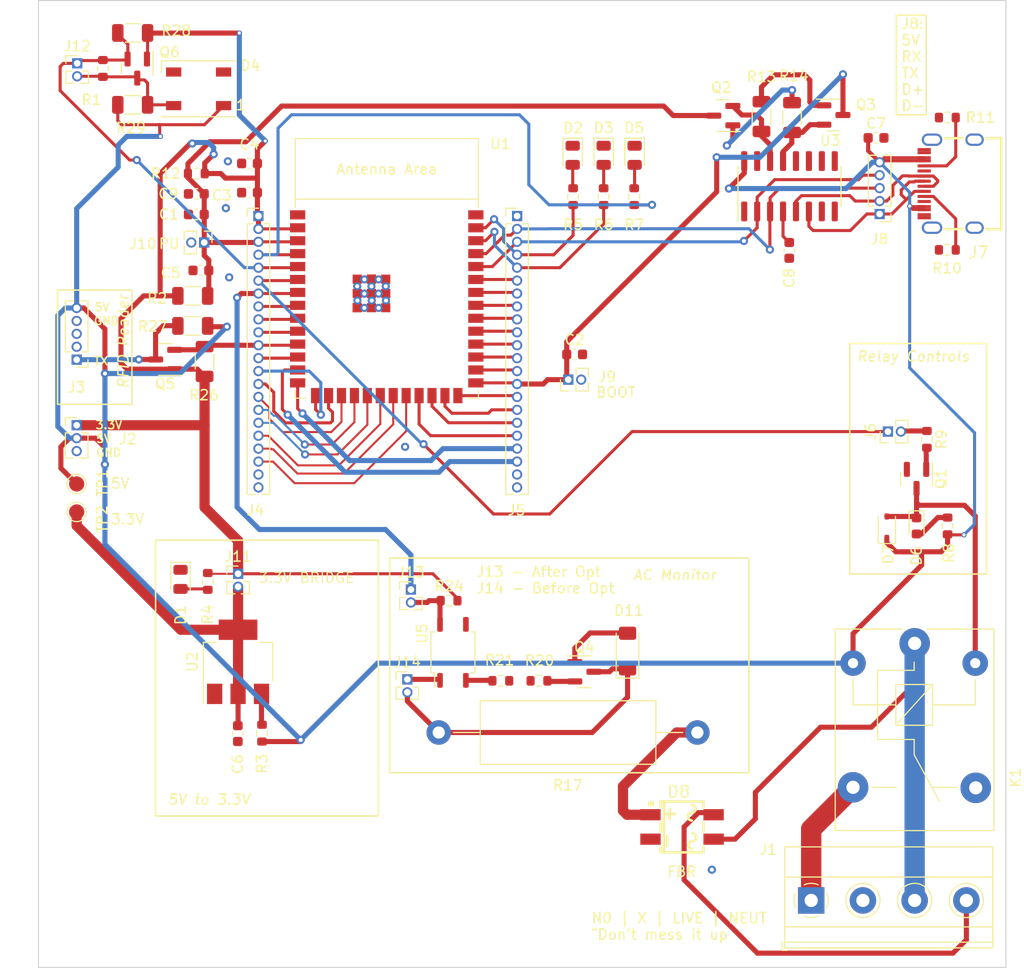
<source format=kicad_pcb>
(kicad_pcb (version 20221018) (generator pcbnew)
  (layers (0 "F.Cu" signal) (31 "B.Cu" signal) (34 "B.Paste" user) (35 "F.Paste" user) (36 "B.SilkS" user "B.Silkscreen") (37 "F.SilkS" user "F.Silkscreen") (38 "B.Mask" user) (39 "F.Mask" user) (44 "Edge.Cuts" user))
  (net 0 "")
  (net 1 "/CHIP_PU")
  (net 2 "GND")
  (net 3 "/BOOT_SEL")
  (net 4 "/+3.3V")
  (net 5 "/VBus")
  (net 6 "Net-(U3-V3)")
  (net 7 "Net-(D1-A)")
  (net 8 "Net-(D2-A)")
  (net 9 "Net-(D3-A)")
  (net 11 "/LEDs/DIN")
  (net 12 "Net-(D5-A)")
  (net 13 "Net-(D6-K)")
  (net 14 "Net-(D6-A)")
  (net 15 "Net-(D8-+)")
  (net 16 "/LIVE")
  (net 17 "/NEUTRAL")
  (net 18 "Net-(D11-K)")
  (net 19 "Net-(D11-A)")
  (net 20 "/N01")
  (net 21 "/NC1")
  (net 22 "/TX_RFID")
  (net 25 "/GPIO4")
  (net 26 "/DIN_3.3")
  (net 27 "/GPIO6")
  (net 28 "/AC_Mon_1")
  (net 29 "/GPIO15")
  (net 30 "/GPIO16")
  (net 31 "/GPIO17")
  (net 32 "/GPIO18")
  (net 33 "/GPIO8")
  (net 34 "/GPIO3")
  (net 35 "/GPIO46")
  (net 36 "/GPIO9")
  (net 37 "/GPIO10")
  (net 38 "/GPIO11")
  (net 39 "/GPIO12")
  (net 40 "/GPIO13")
  (net 41 "/GPIO14")
  (net 44 "/TXD0")
  (net 45 "/RXD0")
  (net 46 "/GPIO1")
  (net 47 "/GPIO2")
  (net 48 "/GPIO42")
  (net 49 "/GPIO41")
  (net 50 "/GPIO40")
  (net 51 "/GPIO39")
  (net 52 "/GPIO38")
  (net 53 "/GPIO37")
  (net 54 "/GPIO36")
  (net 55 "/GPIO35")
  (net 56 "/GPIO45")
  (net 57 "/GPIO48")
  (net 58 "/GPIO47")
  (net 59 "/GPIO21")
  (net 60 "/GPIO20")
  (net 61 "/GPIO19")
  (net 62 "Net-(J6-Pin_2)")
  (net 63 "Net-(J7-CC1)")
  (net 64 "Net-(J8-Pin_2)")
  (net 65 "Net-(J8-Pin_1)")
  (net 67 "Net-(J7-CC2)")
  (net 69 "Net-(Q1-B)")
  (net 70 "Net-(Q2-B)")
  (net 71 "/USB Interface/RTS")
  (net 72 "Net-(Q3-B)")
  (net 73 "/USB Interface/DTR")
  (net 74 "Net-(Q4-E)")
  (net 75 "Net-(U2-VI)")
  (net 76 "Net-(R21-Pad2)")
  (net 85 "Net-(J11-Pin_2)")
  (net 86 "Net-(J13-Pin_2)")
  (net 87 "Net-(J14-Pin_1)")
  (footprint "Custom:USB-C_SMD-TYPE-C-31-M-12" (layer "F.Cu") (at 204.4515 68 90)
    (fp_text reference "J7")
    (fp_text value "USB_C_Receptacle_USB2.0" hide)
  )
  (footprint "Connector_PinHeader_1.27mm:PinHeader_1x02_P1.27mm_Vertical" (layer "F.Cu") (at 167.025 87.25 90)
    (fp_text reference "J9")
    (fp_text value "Conn_01x02_Pin")
  )
  (footprint "TerminalBlock_Phoenix:TerminalBlock_Phoenix_MKDS-1,5-4-5.08_1x04_P5.08mm_Horizontal" (layer "F.Cu") (at 190.881 138.421)
    (fp_text reference "J1")
    (fp_text value "Screw_Terminal_01x04")
  )
  (footprint "LED_SMD:LED_0603_1608Metric" (layer "F.Cu") (at 201.227 101.625 -90)
    (fp_text reference "D6")
    (fp_text value "LED")
  )
  (footprint "Resistor_SMD:R_1206_3216Metric" (layer "F.Cu") (at 131.31 85.47 90)
    (fp_text reference "R26")
    (fp_text value "10k")
  )
  (footprint "Resistor_SMD:R_1206_3216Metric" (layer "F.Cu") (at 130.15 81.97 180)
    (fp_text reference "R27")
    (fp_text value "10k")
  )
  (footprint "Resistor_SMD:R_0603_1608Metric" (layer "F.Cu") (at 130.5 67 180)
    (fp_text reference "R12")
    (fp_text value "10k (1%)")
  )
  (footprint "Resistor_THT:R_Axial_DIN0617_L17.0mm_D6.0mm_P25.40mm_Horizontal" (layer "F.Cu") (at 179.705 121.92 180)
    (fp_text reference "R17")
    (fp_text value "47k 3W")
  )
  (footprint "Connector_PinHeader_1.27mm:PinHeader_1x22_P1.27mm_Vertical" (layer "F.Cu") (at 162 71.17)
    (fp_text reference "J5")
    (fp_text value "Conn_01x22_Socket")
  )
  (footprint "Resistor_SMD:R_0603_1608Metric" (layer "F.Cu") (at 136.95 121.985 -90)
    (fp_text reference "R3")
    (fp_text value "0")
  )
  (footprint "Package_TO_SOT_SMD:SOT-23" (layer "F.Cu") (at 168.6075 115.951)
    (fp_text reference "Q4")
    (fp_text value "MMBT2222A")
  )
  (footprint "Capacitor_SMD:C_0603_1608Metric" (layer "F.Cu") (at 130.5 71.02 180)
    (fp_text reference "C1")
    (fp_text value "1uF")
  )
  (footprint "Resistor_SMD:R_1206_3216Metric" (layer "F.Cu") (at 186 61.4 90)
    (fp_text reference "R13")
    (fp_text value "10k")
  )
  (footprint "Capacitor_SMD:C_0603_1608Metric" (layer "F.Cu") (at 130.95 76.52 180)
    (fp_text reference "C5")
    (fp_text value "0.1uF")
  )
  (footprint "Resistor_SMD:R_1206_3216Metric" (layer "F.Cu") (at 124.25 60.25)
    (fp_text reference "R29")
    (fp_text value "10k")
  )
  (footprint "LED_SMD:LED_0805_2012Metric" (layer "F.Cu") (at 170.5 65.2075 -90)
    (fp_text reference "D3")
    (fp_text value "YELLOW LED")
  )
  (footprint "Connector_PinHeader_1.27mm:PinHeader_1x02_P1.27mm_Vertical" (layer "F.Cu") (at 198.418 92.354 90)
    (fp_text reference "J6")
    (fp_text value "Conn_01x02_Pin")
  )
  (footprint "Connector_PinHeader_1.27mm:PinHeader_1x02_P1.27mm_Vertical" (layer "F.Cu") (at 151.575 107.875)
    (fp_text reference "J13")
    (fp_text value "Conn_01x02_Pin")
  )
  (footprint "Connector_PinHeader_1.27mm:PinHeader_1x02_P1.27mm_Vertical" (layer "F.Cu") (at 134.6 106.325)
    (fp_text reference "J11")
    (fp_text value "Conn_01x02_Pin")
  )
  (footprint "LED_SMD:LED_0805_2012Metric" (layer "F.Cu") (at 173.54 65.2075 -90)
    (fp_text reference "D5")
    (fp_text value "GREEN LED")
  )
  (footprint "Resistor_SMD:R_0603_1608Metric" (layer "F.Cu") (at 155.321 108.966)
    (fp_text reference "R24")
    (fp_text value "2.2k")
  )
  (footprint "Connector_PinHeader_1.27mm:PinHeader_1x03_P1.27mm_Vertical" (layer "F.Cu") (at 118.75 91.73)
    (fp_text reference "J2")
    (fp_text value "Conn_01x03_Pin")
  )
  (footprint "Connector_PinHeader_1.27mm:PinHeader_1x05_P1.27mm_Vertical" (layer "F.Cu") (at 197.6 70.975 180)
    (fp_text reference "J8")
    (fp_text value "Conn_01x05")
  )
  (footprint "Resistor_SMD:R_0603_1608Metric" (layer "F.Cu") (at 167.5 69.27 90)
    (fp_text reference "R5")
    (fp_text value "1k")
  )
  (footprint "Resistor_SMD:R_0603_1608Metric" (layer "F.Cu") (at 204.25 74.5 180)
    (fp_text reference "R10")
    (fp_text value "5.1k")
  )
  (footprint "Package_TO_SOT_SMD:SOT-23" (layer "F.Cu") (at 201.227 97.0045 -90)
    (fp_text reference "Q1")
    (fp_text value "MMBT2222A")
  )
  (footprint "Package_TO_SOT_SMD:SOT-23" (layer "F.Cu") (at 182.25 61.3125 180)
    (fp_text reference "Q2")
    (fp_text value "MMBT2222A")
  )
  (footprint "Capacitor_SMD:C_0603_1608Metric" (layer "F.Cu") (at 130.5 69 180)
    (fp_text reference "C9")
    (fp_text value "1uF/16V (10%)")
  )
  (footprint "Capacitor_SMD:C_0603_1608Metric" (layer "F.Cu") (at 188.725 74.55 90)
    (fp_text reference "C8")
    (fp_text value "1uF")
  )
  (footprint "TestPoint:TestPoint_Pad_D1.5mm" (layer "F.Cu") (at 118.75 97.5 -90)
    (fp_text reference "TP1")
    (fp_text value "TestPoint")
  )
  (footprint "LED_SMD:LED_0805_2012Metric" (layer "F.Cu") (at 128.948332 106.875 -90)
    (fp_text reference "D1")
    (fp_text value "RED LED")
  )
  (footprint "Connector_PinHeader_1.27mm:PinHeader_1x05_P1.27mm_Vertical" (layer "F.Cu") (at 118.75 85.29 180)
    (fp_text reference "J3")
    (fp_text value "Conn_01x05_Socket")
  )
  (footprint "Resistor_SMD:R_0603_1608Metric" (layer "F.Cu") (at 160.401 116.84 180)
    (fp_text reference "R21")
    (fp_text value "1k")
  )
  (footprint "Capacitor_SMD:C_0603_1608Metric" (layer "F.Cu") (at 167.65 84.77)
    (fp_text reference "C2")
    (fp_text value "0.1uF")
  )
  (footprint "Resistor_SMD:R_0603_1608Metric" (layer "F.Cu") (at 204.275 101.625 90)
    (fp_text reference "R8")
    (fp_text value "1k")
  )
  (footprint "LED_SMD:LED_WS2812B_PLCC4_5.0x5.0mm_P3.2mm" (layer "F.Cu") (at 130.725 58.675 180)
    (fp_text reference "D4")
    (fp_text value "WS2812B")
  )
  (footprint "Resistor_SMD:R_0603_1608Metric" (layer "F.Cu") (at 204.25 61.5 180)
    (fp_text reference "R11")
    (fp_text value "5.1k")
  )
  (footprint "Resistor_SMD:R_0603_1608Metric" (layer "F.Cu") (at 202.243 93.116 -90)
    (fp_text reference "R9")
    (fp_text value "150")
  )
  (footprint "Custom:MBS_L4.7-W3.8-P2.40-LS7.0-TL" (layer "F.Cu") (at 178.2 131.2)
    (fp_text reference "D8")
    (fp_text value "MB10S" hide)
  )
  (footprint "Package_SO:SOP-4_3.8x4.1mm_P2.54mm" (layer "F.Cu") (at 155.702 114.046 90)
    (fp_text reference "U5")
    (fp_text value "EL357N")
  )
  (footprint "Relay_THT:Relay_SPDT_SANYOU_SRD_Series_Form_C" (layer "F.Cu") (at 201.041 113.157 -90)
    (fp_text reference "K1")
    (fp_text value "SRD-05VDC-SL-C")
  )
  (footprint "Resistor_SMD:R_1206_3216Metric" (layer "F.Cu") (at 124.25 53.1875 180)
    (fp_text reference "R28")
    (fp_text value "10k")
  )
  (footprint "Resistor_SMD:R_1206_3216Metric" (layer "F.Cu") (at 130.15 79.02)
    (fp_text reference "R2")
    (fp_text value "10k")
  )
  (footprint "Connector_PinHeader_1.27mm:PinHeader_1x22_P1.27mm_Vertical" (layer "F.Cu") (at 136.6 71.17)
    (fp_text reference "J4")
    (fp_text value "Conn_01x22_Socket")
  )
  (footprint "Resistor_SMD:R_0603_1608Metric" (layer "F.Cu") (at 131.625 107.075 -90)
    (fp_text reference "R4")
    (fp_text value "1k")
  )
  (footprint "Resistor_SMD:R_0603_1608Metric" (layer "F.Cu") (at 121.325 56.675 90)
    (fp_text reference "R1")
    (fp_text value "0")
  )
  (footprint "Diode_SMD:D_SOD-323" (layer "F.Cu") (at 198.306 101.745 90)
    (fp_text reference "D7")
    (fp_text value "1N5819WS")
  )
  (footprint "Package_TO_SOT_SMD:SOT-23" (layer "F.Cu") (at 193.0625 61.25)
    (fp_text reference "Q3")
    (fp_text value "MMBT2222A")
  )
  (footprint "Package_TO_SOT_SMD:SOT-23" (layer "F.Cu") (at 124.7 56.6875 -90)
    (fp_text reference "Q6")
    (fp_text value "AO3400A")
  )
  (footprint "Resistor_SMD:R_0603_1608Metric" (layer "F.Cu") (at 164.147 116.84)
    (fp_text reference "R20")
    (fp_text value "2.2k")
  )
  (footprint "Capacitor_SMD:C_0603_1608Metric" (layer "F.Cu") (at 135.725 66.01 180)
    (fp_text reference "C4")
    (fp_text value "0.1uF")
  )
  (footprint "Connector_PinHeader_1.27mm:PinHeader_1x02_P1.27mm_Vertical" (layer "F.Cu") (at 151.225 116.7)
    (fp_text reference "J14")
    (fp_text value "Conn_01x02_Pin")
  )
  (footprint "Diode_SMD:D_MiniMELF" (layer "F.Cu") (at 172.847 113.919 90)
    (fp_text reference "D11")
    (fp_text value "ZMMxx")
  )
  (footprint "Capacitor_SMD:C_0603_1608Metric" (layer "F.Cu") (at 135.725 68.875 180)
    (fp_text reference "C3")
    (fp_text value "10uF")
  )
  (footprint "TestPoint:TestPoint_Pad_D1.5mm" (layer "F.Cu") (at 118.75 100.25 -90)
    (fp_text reference "TP2")
    (fp_text value "TestPoint")
  )
  (footprint "Package_TO_SOT_SMD:SOT-223-3_TabPin2" (layer "F.Cu") (at 134.6 114.975 90)
    (fp_text reference "U2")
    (fp_text value "AMS1117-3.3")
  )
  (footprint "Resistor_SMD:R_1206_3216Metric" (layer "F.Cu") (at 189 61.5 90)
    (fp_text reference "R14")
    (fp_text value "10k")
  )
  (footprint "LED_SMD:LED_0805_2012Metric" (layer "F.Cu") (at 167.46 65.2075 -90)
    (fp_text reference "D2")
    (fp_text value "RED LED")
  )
  (footprint "Package_SO:SOIC-16_3.9x9.9mm_P1.27mm" (layer "F.Cu") (at 188.75 68.25 90)
    (fp_text reference "U3")
    (fp_text value "CH340C")
  )
  (footprint "Capacitor_SMD:C_0603_1608Metric" (layer "F.Cu") (at 197.25 63.5)
    (fp_text reference "C7")
    (fp_text value "1uF/16V (10%)")
  )
  (footprint "Connector_PinHeader_1.27mm:PinHeader_1x02_P1.27mm_Vertical" (layer "F.Cu") (at 131.275 73.775 -90)
    (fp_text reference "J10")
    (fp_text value "Conn_01x02_Pin")
  )
  (footprint "Espressif:ESP32-S3-WROOM-1" (layer "F.Cu") (at 149.2 79.32)
    (fp_text reference "U1")
    (fp_text value "ESP32-S3-WROOM-1")
  )
  (footprint "Connector_PinHeader_1.27mm:PinHeader_1x02_P1.27mm_Vertical" (layer "F.Cu") (at 118.8 56.175)
    (fp_text reference "J12")
    (fp_text value "Conn_01x02_Pin")
  )
  (footprint "Package_TO_SOT_SMD:SOT-23" (layer "F.Cu") (at 127.4375 85.27 180)
    (fp_text reference "Q5")
    (fp_text value "AO3400A")
  )
  (footprint "Capacitor_SMD:C_0603_1608Metric" (layer "F.Cu") (at 134.575 122.025 -90)
    (fp_text reference "C6")
    (fp_text value "10uF")
  )
  (footprint "Resistor_SMD:R_0603_1608Metric" (layer "F.Cu") (at 170.5 69.27 90)
    (fp_text reference "R6")
    (fp_text value "1k")
  )
  (footprint "Resistor_SMD:R_0603_1608Metric" (layer "F.Cu") (at 173.5 69.27 90)
    (fp_text reference "R7")
    (fp_text value "1k")
  )
  (gr_rect (start 194.675 83.7) (end 208.1 106.35) (stroke (width 0.15)) (fill none) (layer "F.SilkS"))
  (gr_rect (start 149.4875 104.775) (end 184.7625 125.875) (stroke (width 0.15)) (fill none) (layer "F.SilkS"))
  (gr_rect (start 199.25 51.45) (end 202.175 61.225) (stroke (width 0.15)) (fill none) (layer "F.SilkS"))
  (gr_rect (start 126.5 103.025) (end 148.375 130.125) (stroke (width 0.15)) (fill none) (layer "F.SilkS"))
  (gr_rect (start 116.875 78.45) (end 124.175 89.675) (stroke (width 0.15)) (fill none) (layer "F.SilkS"))
  (gr_rect locked (start 115 50) (end 210 145) (stroke (width 0.1)) (fill none) (layer "Edge.Cuts"))
  (gr_text "J8:\n5V\nRX\nTX\nD+\nD-" (at 199.65 60.925) (layer "F.SilkS") (effects (font (size 1 1)) (justify left bottom)))
  (gr_text "GND" (at 120.35 81.95) (layer "F.SilkS") (effects (font (size 0.8 0.8)) (justify left bottom)))
  (gr_text "RFID Reader" (at 123.925 88.2 90) (layer "F.SilkS") (effects (font (size 1 1) (thickness 0.15) italic) (justify left bottom)))
  (gr_text "TX" (at 120.35 85.9) (layer "F.SilkS") (effects (font (size 0.8 0.8)) (justify left bottom)))
  (gr_text "GND" (at 120.575 94.9) (layer "F.SilkS") (effects (font (size 0.8 0.8)) (justify left bottom)))
  (gr_text "3.3V BRIDGE" (at 136.55 107.3) (layer "F.SilkS") (effects (font (size 1 1) (thickness 0.125)) (justify left bottom)))
  (gr_text "5V" (at 120.575 93.525) (layer "F.SilkS") (effects (font (size 0.8 0.8)) (justify left bottom)))
  (gr_text "AC Monitor" (at 173.325 107.025) (layer "F.SilkS") (effects (font (size 1 1) (thickness 0.15) italic) (justify left bottom)))
  (gr_text "J13 - After Opt\nJ14 - Before Opt" (at 157.925 108.325) (layer "F.SilkS") (effects (font (size 1 1)) (justify left bottom)))
  (gr_text "FBR" (at 176.65 136.175) (layer "F.SilkS") (effects (font (size 1 1)) (justify left bottom)))
  (gr_text "PU" (at 126.725 74.475) (layer "F.SilkS") (effects (font (size 1 1)) (justify left bottom)))
  (gr_text "Relay Controls" (at 195.3 85.55) (layer "F.SilkS") (effects (font (size 1 1) (thickness 0.15) italic) (justify left bottom)))
  (gr_text "3.3V\n" (at 120.525 92.175) (layer "F.SilkS") (effects (font (size 0.8 0.8)) (justify left bottom)))
  (gr_text "N0 | X | LIVE | NEUT\n^Don't mess it up" (at 169.225 142.35) (layer "F.SilkS") (effects (font (size 1 1)) (justify left bottom)))
  (gr_text "5V to 3.3V" (at 127.625 129.1) (layer "F.SilkS") (effects (font (size 1 1) (thickness 0.15) italic) (justify left bottom)))
  (gr_text "5V" (at 120.425 80.6) (layer "F.SilkS") (effects (font (size 0.8 0.8)) (justify left bottom)))
  (segment (start 131.725 75.5) (end 131.275 75.05) (width 0.5) (layer "F.Cu") (net 1))
  (segment (start 129.675 66.025) (end 129.675 67) (width 0.5) (layer "F.Cu") (net 1))
  (segment (start 129.675 67) (end 129.675 67.4) (width 0.5) (layer "F.Cu") (net 1))
  (segment (start 131.275 73.775) (end 136.535 73.775) (width 0.5) (layer "F.Cu") (net 1))
  (segment (start 135.375 63.875) (end 131.825 63.875) (width 0.5) (layer "F.Cu") (net 1))
  (segment (start 181.3125 61.3125) (end 181.3 61.3) (width 0.5) (layer "F.Cu") (net 1))
  (segment (start 140.34 73.71) (end 140.45 73.6) (width 0.3) (layer "F.Cu") (net 1))
  (segment (start 131.725 76.52) (end 131.725 75.5) (width 0.5) (layer "F.Cu") (net 1))
  (segment (start 131.275 71.02) (end 131.275 73.775) (width 0.5) (layer "F.Cu") (net 1))
  (segment (start 129.675 67.4) (end 131.275 69) (width 0.5) (layer "F.Cu") (net 1))
  (segment (start 181.3 61.3) (end 177.325 61.3) (width 0.5) (layer "F.Cu") (net 1))
  (segment (start 131.825 63.875) (end 129.675 66.025) (width 0.5) (layer "F.Cu") (net 1))
  (segment (start 131.725 76.52) (end 131.725 78.9075) (width 0.5) (layer "F.Cu") (net 1))
  (segment (start 177.325 61.3) (end 176.4 60.375) (width 0.5) (layer "F.Cu") (net 1))
  (segment (start 138.875 60.375) (end 135.375 63.875) (width 0.5) (layer "F.Cu") (net 1))
  (segment (start 136.6 73.71) (end 140.34 73.71) (width 0.3) (layer "F.Cu") (net 1))
  (segment (start 131.275 75.05) (end 131.275 73.775) (width 0.5) (layer "F.Cu") (net 1))
  (segment (start 131.725 78.9075) (end 131.6125 79.02) (width 0.5) (layer "F.Cu") (net 1))
  (segment (start 176.4 60.375) (end 138.875 60.375) (width 0.5) (layer "F.Cu") (net 1))
  (segment (start 136.535 73.775) (end 136.6 73.71) (width 0.5) (layer "F.Cu") (net 1))
  (segment (start 131.275 69) (end 131.275 71.02) (width 0.5) (layer "F.Cu") (net 1))
  (via (at 146.3 78.075) (size 0.8) (drill 0.4) (layers "F.Cu" "B.Cu") (net 2))
  (via (at 146.325 79.475) (size 0.8) (drill 0.4) (layers "F.Cu" "B.Cu") (net 2))
  (via (at 181.125 135.4) (size 0.8) (drill 0.4) (layers "F.Cu" "B.Cu") (net 2))
  (via (at 148.4 80.2) (size 0.8) (drill 0.4) (layers "F.Cu" "B.Cu") (net 2))
  (via (at 147 80.2) (size 0.8) (drill 0.4) (layers "F.Cu" "B.Cu") (net 2))
  (via (at 148.4 78.8) (size 0.8) (drill 0.4) (layers "F.Cu" "B.Cu") (net 2))
  (via (at 147.725 79.475) (size 0.8) (drill 0.4) (layers "F.Cu" "B.Cu") (net 2))
  (via (at 151 93.85) (size 0.8) (drill 0.4) (layers "F.Cu" "B.Cu") (net 2))
  (via (at 147.7 78.075) (size 0.8) (drill 0.4) (layers "F.Cu" "B.Cu") (net 2))
  (via (at 133.725 77.2) (size 0.8) (drill 0.4) (layers "F.Cu" "B.Cu") (net 2))
  (via (at 149.1 78.075) (size 0.8) (drill 0.4) (layers "F.Cu" "B.Cu") (net 2))
  (via (at 147 78.8) (size 0.8) (drill 0.4) (layers "F.Cu" "B.Cu") (net 2))
  (via (at 133.6 65.8) (size 0.8) (drill 0.4) (layers "F.Cu" "B.Cu") (net 2))
  (via (at 133.4 70.4) (size 0.8) (drill 0.4) (layers "F.Cu" "B.Cu") (net 2))
  (via (at 147 77.4) (size 0.8) (drill 0.4) (layers "F.Cu" "B.Cu") (net 2))
  (via (at 149.125 79.475) (size 0.8) (drill 0.4) (layers "F.Cu" "B.Cu") (net 2))
  (via (at 148.4 77.4) (size 0.8) (drill 0.4) (layers "F.Cu" "B.Cu") (net 2))
  (segment (start 166.875 87.1) (end 167.025 87.25) (width 0.5) (layer "F.Cu") (net 3))
  (segment (start 194 61.25) (end 194 57.25) (width 0.5) (layer "F.Cu") (net 3))
  (segment (start 165 87.25) (end 164.57 87.68) (width 0.5) (layer "F.Cu") (net 3))
  (segment (start 157.95 87.57) (end 161.89 87.57) (width 0.3) (layer "F.Cu") (net 3))
  (segment (start 161.89 87.57) (end 162 87.68) (width 0.3) (layer "F.Cu") (net 3))
  (segment (start 166.875 84.77) (end 166.875 87.1) (width 0.5) (layer "F.Cu") (net 3))
  (segment (start 181.6 65.4) (end 181.6 68.8) (width 0.5) (layer "F.Cu") (net 3))
  (segment (start 167.025 87.25) (end 165 87.25) (width 0.5) (layer "F.Cu") (net 3))
  (segment (start 181.6 68.8) (end 166.875 83.525) (width 0.5) (layer "F.Cu") (net 3))
  (segment (start 166.875 83.525) (end 166.875 84.77) (width 0.5) (layer "F.Cu") (net 3))
  (segment (start 164.57 87.68) (end 162 87.68) (width 0.5) (layer "F.Cu") (net 3))
  (via (at 181.6 65.4) (size 0.8) (drill 0.4) (layers "F.Cu" "B.Cu") (net 3))
  (via (at 194 57.25) (size 0.8) (drill 0.4) (layers "F.Cu" "B.Cu") (net 3))
  (segment (start 181.6 65.4) (end 185.85 65.4) (width 0.5) (layer "B.Cu") (net 3))
  (segment (start 185.85 65.4) (end 194 57.25) (width 0.5) (layer "B.Cu") (net 3))
  (segment (start 156.146 108.746) (end 153.725 106.325) (width 0.3) (layer "F.Cu") (net 4))
  (segment (start 136.5 66.01) (end 136.5 67.375) (width 0.5) (layer "F.Cu") (net 4))
  (segment (start 126.95 67) (end 126.95 79.02) (width 0.5) (layer "F.Cu") (net 4))
  (segment (start 125.7125 53.1875) (end 125.7125 55.6875) (width 0.3) (layer "F.Cu") (net 4))
  (segment (start 125.33 79.02) (end 126.95 79.02) (width 0.5) (layer "F.Cu") (net 4))
  (segment (start 136.6 71.17) (end 136.6 72.44) (width 0.5) (layer "F.Cu") (net 4))
  (segment (start 130.1 64.05) (end 129.9 64.05) (width 0.5) (layer "F.Cu") (net 4))
  (segment (start 136.6 72.44) (end 140.34 72.44) (width 0.3) (layer "F.Cu") (net 4))
  (segment (start 136.5 71.07) (end 136.6 71.17) (width 0.5) (layer "F.Cu") (net 4))
  (segment (start 123.1 85.625) (end 123.1 81.25) (width 0.5) (layer "F.Cu") (net 4))
  (segment (start 123.695 86.22) (end 123.1 85.625) (width 0.5) (layer "F.Cu") (net 4))
  (segment (start 125.725 53.2) (end 125.7125 53.1875) (width 0.5) (layer "F.Cu") (net 4))
  (segment (start 131.325 67) (end 132.9 67) (width 0.5) (layer "F.Cu") (net 4))
  (segment (start 136.425 67.45) (end 136.5 67.375) (width 0.5) (layer "F.Cu") (net 4))
  (segment (start 123.1 81.25) (end 125.33 79.02) (width 0.5) (layer "F.Cu") (net 4))
  (segment (start 136.5 68.875) (end 136.5 71.07) (width 0.5) (layer "F.Cu") (net 4))
  (segment (start 131.325 65.975) (end 132.2 65.1) (width 0.5) (layer "F.Cu") (net 4))
  (segment (start 124.088629 86.22) (end 124.068629 86.2) (width 0.5) (layer "F.Cu") (net 4))
  (segment (start 134.6 103.075) (end 134.6 106.325) (width 1) (layer "F.Cu") (net 4))
  (segment (start 134.6 106.325) (end 131.7 106.325) (width 0.2) (layer "F.Cu") (net 4))
  (segment (start 131.31 91.75) (end 131.29 91.73) (width 1) (layer "F.Cu") (net 4))
  (segment (start 131.31 91.75) (end 131.31 86.9325) (width 1) (layer "F.Cu") (net 4))
  (segment (start 125.7125 55.6875) (end 125.65 55.75) (width 0.3) (layer "F.Cu") (net 4))
  (segment (start 131.7 106.325) (end 131.625 106.25) (width 0.2) (layer "F.Cu") (net 4))
  (segment (start 128.375 86.22) (end 124.088629 86.22) (width 0.5) (layer "F.Cu") (net 4))
  (segment (start 133.35 67.45) (end 136.425 67.45) (width 0.5) (layer "F.Cu") (net 4))
  (segment (start 126.95 79.02) (end 128.6875 79.02) (width 0.5) (layer "F.Cu") (net 4))
  (segment (start 130.5975 86.22) (end 131.31 86.9325) (width 0.5) (layer "F.Cu") (net 4))
  (segment (start 129.9 64.05) (end 126.95 67) (width 0.5) (layer "F.Cu") (net 4))
  (segment (start 131.325 67) (end 131.325 65.975) (width 0.5) (layer "F.Cu") (net 4))
  (segment (start 132.9 67) (end 133.35 67.45) (width 0.5) (layer "F.Cu") (net 4))
  (segment (start 131.31 91.75) (end 131.31 99.785) (width 1) (layer "F.Cu") (net 4))
  (segment (start 153.725 106.325) (end 134.6 106.325) (width 0.3) (layer "F.Cu") (net 4))
  (segment (start 136.5 66.01) (end 136.5 64.575) (width 0.5) (layer "F.Cu") (net 4))
  (segment (start 131.29 91.73) (end 118.75 91.73) (width 1) (layer "F.Cu") (net 4))
  (segment (start 124.088629 86.22) (end 123.695 86.22) (width 0.5) (layer "F.Cu") (net 4))
  (segment (start 131.31 99.785) (end 134.6 103.075) (width 1) (layer "F.Cu") (net 4))
  (segment (start 134.725 53.2) (end 125.725 53.2) (width 0.5) (layer "F.Cu") (net 4))
  (segment (start 128.375 86.22) (end 130.5975 86.22) (width 0.5) (layer "F.Cu") (net 4))
  (segment (start 156.146 108.966) (end 156.146 108.746) (width 0.3) (layer "F.Cu") (net 4))
  (segment (start 136.5 64.575) (end 137.275 63.8) (width 0.5) (layer "F.Cu") (net 4))
  (segment (start 140.34 72.44) (end 140.45 72.33) (width 0.3) (layer "F.Cu") (net 4))
  (segment (start 136.5 67.375) (end 136.5 68.875) (width 0.5) (layer "F.Cu") (net 4))
  (via (at 137.275 63.8) (size 0.5) (drill 0.3) (layers "F.Cu" "B.Cu") (net 4))
  (via (at 134.725 53.2) (size 0.5) (drill 0.3) (layers "F.Cu" "B.Cu") (net 4))
  (via (at 132.2 65.1) (size 0.8) (drill 0.4) (layers "F.Cu" "B.Cu") (net 4))
  (via (at 130.1 64.05) (size 0.8) (drill 0.4) (layers "F.Cu" "B.Cu") (net 4))
  (segment (start 132.2 64.45) (end 131.7 63.95) (width 0.5) (layer "B.Cu") (net 4))
  (segment (start 137.275 63.8) (end 134.725 61.25) (width 0.5) (layer "B.Cu") (net 4))
  (segment (start 132.2 65.1) (end 132.2 64.45) (width 0.5) (layer "B.Cu") (net 4))
  (segment (start 131.7 63.95) (end 130.2 63.95) (width 0.5) (layer "B.Cu") (net 4))
  (segment (start 130.2 63.95) (end 130.1 64.05) (width 0.5) (layer "B.Cu") (net 4))
  (segment (start 134.725 61.25) (end 134.725 53.2) (width 0.5) (layer "B.Cu") (net 4))
  (segment (start 205.875 102.5) (end 204.325 102.5) (width 0.3) (layer "F.Cu") (net 5))
  (segment (start 200.6 70.25) (end 200.55 70.2) (width 0.3) (layer "F.Cu") (net 5))
  (segment (start 194.991 112.209) (end 201.725 105.475) (width 0.5) (layer "F.Cu") (net 5))
  (segment (start 199.195 104.165) (end 199.83 104.165) (width 0.5) (layer "F.Cu") (net 5))
  (segment (start 133.175 60.325) (end 131.3 62.2) (width 0.3) (layer "F.Cu") (net 5))
  (segment (start 140.59 122.81) (end 140.75 122.65) (width 0.5) (layer "F.Cu") (net 5))
  (segment (start 117.2 95.95) (end 117.2 93.842894) (width 0.5) (layer "F.Cu") (net 5))
  (segment (start 198.306 103.276) (end 199.195 104.165) (width 0.5) (layer "F.Cu") (net 5))
  (segment (start 203.64 104.165) (end 204.275 103.53) (width 0.5) (layer "F.Cu") (net 5))
  (segment (start 131.6925 82.05) (end 131.6125 81.97) (width 0.5) (layer "F.Cu") (net 5))
  (segment (start 121.525 86.65) (end 121.525 82.277894) (width 0.5) (layer "F.Cu") (net 5))
  (segment (start 184.305 66.97) (end 182.8 68.475) (width 0.5) (layer "F.Cu") (net 5))
  (segment (start 200.875 70.525) (end 200.55 70.2) (width 0.3) (layer "F.Cu") (net 5))
  (segment (start 184.305 65.775) (end 184.305 66.97) (width 0.5) (layer "F.Cu") (net 5))
  (segment (start 201.665 104.165) (end 199.83 104.165) (width 0.5) (layer "F.Cu") (net 5))
  (segment (start 197.745 65.75) (end 197.6 65.895) (width 0.3) (layer "F.Cu") (net 5))
  (segment (start 118.75 97.5) (end 117.2 95.95) (width 0.5) (layer "F.Cu") (net 5))
  (segment (start 201.9775 70.25) (end 200.6 70.25) (width 0.3) (layer "F.Cu") (net 5))
  (segment (start 133.5 82.05) (end 131.6925 82.05) (width 0.5) (layer "F.Cu") (net 5))
  (segment (start 136.95 122.81) (end 140.59 122.81) (width 0.5) (layer "F.Cu") (net 5))
  (segment (start 131.3 62.2) (end 126.9 62.2) (width 0.3) (layer "F.Cu") (net 5))
  (segment (start 123.175 62.2) (end 122.7875 61.8125) (width 0.3) (layer "F.Cu") (net 5))
  (segment (start 196.475 64.77) (end 197.6 65.895) (width 0.4) (layer "F.Cu") (net 5))
  (segment (start 120.6 93) (end 118.75 93) (width 0.5) (layer "F.Cu") (net 5))
  (segment (start 126.9 62.2) (end 123.175 62.2) (width 0.3) (layer "F.Cu") (net 5))
  (segment (start 121.525 93.925) (end 120.6 93) (width 0.5) (layer "F.Cu") (net 5))
  (segment (start 196.475 63.5) (end 196.475 64.77) (width 0.4) (layer "F.Cu") (net 5))
  (segment (start 204.325 102.5) (end 204.275 102.45) (width 0.3) (layer "F.Cu") (net 5))
  (segment (start 204.275 103.53) (end 204.275 102.45) (width 0.5) (layer "F.Cu") (net 5))
  (segment (start 121.525 82.277894) (end 119.457106 80.21) (width 0.5) (layer "F.Cu") (net 5))
  (segment (start 201.9775 70.55) (end 201.9525 70.525) (width 0.3) (layer "F.Cu") (net 5))
  (segment (start 198.045 65.45) (end 201.9775 65.45) (width 0.3) (layer "F.Cu") (net 5))
  (segment (start 201.9525 70.525) (end 200.875 70.525) (width 0.3) (layer "F.Cu") (net 5))
  (segment (start 118.042894 93) (end 118.75 93) (width 0.5) (layer "F.Cu") (net 5))
  (segment (start 119.457106 80.21) (end 118.75 80.21) (width 0.5) (layer "F.Cu") (net 5))
  (segment (start 121.525 95.575) (end 121.525 93.925) (width 0.5) (layer "F.Cu") (net 5))
  (segment (start 117.2 93.842894) (end 118.042894 93) (width 0.5) (layer "F.Cu") (net 5))
  (segment (start 201.9775 65.75) (end 197.745 65.75) (width 0.3) (layer "F.Cu") (net 5))
  (segment (start 201.725 105.475) (end 201.725 104.225) (width 0.5) (layer "F.Cu") (net 5))
  (segment (start 197.6 65.895) (end 198.045 65.45) (width 0.3) (layer "F.Cu") (net 5))
  (segment (start 194.991 115.107) (end 194.991 112.209) (width 0.5) (layer "F.Cu") (net 5))
  (segment (start 201.725 104.225) (end 201.665 104.165) (width 0.5) (layer "F.Cu") (net 5))
  (segment (start 126.9 63.275) (end 126.975 63.35) (width 0.3) (layer "F.Cu") (net 5))
  (segment (start 198.306 102.795) (end 198.306 103.276) (width 0.5) (layer "F.Cu") (net 5))
  (segment (start 122.7875 61.8125) (end 122.7875 60.25) (width 0.3) (layer "F.Cu") (net 5))
  (segment (start 199.83 104.165) (end 203.64 104.165) (width 0.5) (layer "F.Cu") (net 5))
  (segment (start 126.9 62.2) (end 126.9 63.275) (width 0.3) (layer "F.Cu") (net 5))
  (via (at 205.875 102.5) (size 0.5) (drill 0.3) (layers "F.Cu" "B.Cu") (net 5))
  (via (at 133.5 82.05) (size 0.8) (drill 0.4) (layers "F.Cu" "B.Cu") (net 5))
  (via (at 126.975 63.35) (size 0.5) (drill 0.3) (layers "F.Cu" "B.Cu") (net 5))
  (via (at 140.75 122.65) (size 0.8) (drill 0.4) (layers "F.Cu" "B.Cu") (net 5))
  (via (at 182.8 68.475) (size 0.8) (drill 0.4) (layers "F.Cu" "B.Cu") (net 5))
  (via (at 121.525 86.65) (size 0.8) (drill 0.4) (layers "F.Cu" "B.Cu") (net 5))
  (via (at 121.525 95.575) (size 0.8) (drill 0.4) (layers "F.Cu" "B.Cu") (net 5))
  (via (at 200.55 70.2) (size 0.5) (drill 0.3) (layers "F.Cu" "B.Cu") (net 5))
  (segment (start 182.8 68.475) (end 194.312894 68.475) (width 0.5) (layer "B.Cu") (net 5))
  (segment (start 121.525 95.575) (end 121.525 86.65) (width 0.5) (layer "B.Cu") (net 5))
  (segment (start 116.9 80.95) (end 116.9 91.857106) (width 0.5) (layer "B.Cu") (net 5))
  (segment (start 118.75 70.443629) (end 122.825 66.368629) (width 0.5) (layer "B.Cu") (net 5))
  (segment (start 140.75 122.65) (end 148.293 115.107) (width 0.5) (layer "B.Cu") (net 5))
  (segment (start 122.825 64.2) (end 123.675 63.35) (width 0.5) (layer "B.Cu") (net 5))
  (segment (start 196.892894 65.895) (end 197.6 65.895) (width 0.5) (layer "B.Cu") (net 5))
  (segment (start 116.9 91.857106) (end 118.042894 93) (width 0.5) (layer "B.Cu") (net 5))
  (segment (start 200.55 68.845) (end 197.6 65.895) (width 0.3) (layer "B.Cu") (net 5))
  (segment (start 121.525 86.65) (end 128.9 86.65) (width 0.5) (layer "B.Cu") (net 5))
  (segment (start 200.55 86.1) (end 206.925 92.475) (width 0.3) (layer "B.Cu") (net 5))
  (segment (start 118.042894 93) (end 118.75 93) (width 0.5) (layer "B.Cu") (net 5))
  (segment (start 117.64 80.21) (end 116.9 80.95) (width 0.5) (layer "B.Cu") (net 5))
  (segment (start 194.312894 68.475) (end 196.892894 65.895) (width 0.5) (layer "B.Cu") (net 5))
  (segment (start 206.925 92.475) (end 206.925 101.45) (width 0.3) (layer "B.Cu") (net 5))
  (segment (start 148.293 115.107) (end 194.991 115.107) (width 0.5) (layer "B.Cu") (net 5))
  (segment (start 200.55 70.2) (end 200.55 86.1) (width 0.3) (layer "B.Cu") (net 5))
  (segment (start 121.525 103.425) (end 140.75 122.65) (width 0.5) (layer "B.Cu") (net 5))
  (segment (start 118.75 80.21) (end 118.75 70.443629) (width 0.5) (layer "B.Cu") (net 5))
  (segment (start 121.525 95.575) (end 121.525 103.425) (width 0.5) (layer "B.Cu") (net 5))
  (segment (start 118.75 80.21) (end 117.64 80.21) (width 0.5) (layer "B.Cu") (net 5))
  (segment (start 122.825 66.368629) (end 122.825 64.2) (width 0.5) (layer "B.Cu") (net 5))
  (segment (start 123.675 63.35) (end 126.975 63.35) (width 0.5) (layer "B.Cu") (net 5))
  (segment (start 200.55 70.2) (end 200.55 68.845) (width 0.3) (layer "B.Cu") (net 5))
  (segment (start 128.9 86.65) (end 133.5 82.05) (width 0.5) (layer "B.Cu") (net 5))
  (segment (start 206.925 101.45) (end 205.875 102.5) (width 0.3) (layer "B.Cu") (net 5))
  (segment (start 188.115 73.165) (end 188.725 73.775) (width 0.3) (layer "F.Cu") (net 6))
  (segment (start 188.115 70.725) (end 188.115 73.165) (width 0.3) (layer "F.Cu") (net 6))
  (segment (start 131.5375 107.8125) (end 131.625 107.9) (width 0.3) (layer "F.Cu") (net 7))
  (segment (start 128.948332 107.8125) (end 131.5375 107.8125) (width 0.3) (layer "F.Cu") (net 7))
  (segment (start 167.46 68.405) (end 167.5 68.445) (width 0.3) (layer "F.Cu") (net 8))
  (segment (start 167.46 66.145) (end 167.46 68.405) (width 0.3) (layer "F.Cu") (net 8))
  (segment (start 170.5 66.145) (end 170.5 68.445) (width 0.3) (layer "F.Cu") (net 9))
  (segment (start 125.7125 58.1125) (end 125.7125 60.25) (width 0.3) (layer "F.Cu") (net 11))
  (segment (start 118.8 57.445) (end 121.27 57.445) (width 0.3) (layer "F.Cu") (net 11))
  (segment (start 128.2 60.25) (end 128.275 60.325) (width 0.3) (layer "F.Cu") (net 11))
  (segment (start 124.7 57.625) (end 124.875 57.8) (width 0.3) (layer "F.Cu") (net 11))
  (segment (start 125.4 57.8) (end 125.7125 58.1125) (width 0.3) (layer "F.Cu") (net 11))
  (segment (start 124.875 57.8) (end 125.4 57.8) (width 0.3) (layer "F.Cu") (net 11))
  (segment (start 121.325 57.5) (end 124.575 57.5) (width 0.3) (layer "F.Cu") (net 11))
  (segment (start 125.7125 60.25) (end 128.2 60.25) (width 0.3) (layer "F.Cu") (net 11))
  (segment (start 124.575 57.5) (end 124.7 57.625) (width 0.3) (layer "F.Cu") (net 11))
  (segment (start 121.27 57.445) (end 121.325 57.5) (width 0.3) (layer "F.Cu") (net 11))
  (segment (start 173.54 66.145) (end 173.54 68.405) (width 0.3) (layer "F.Cu") (net 12))
  (segment (start 173.54 68.405) (end 173.5 68.445) (width 0.3) (layer "F.Cu") (net 12))
  (segment (start 201.481 99.593) (end 201.227 99.339) (width 0.5) (layer "F.Cu") (net 13))
  (segment (start 201.227 99.339) (end 201.227 100.8375) (width 0.5) (layer "F.Cu") (net 13))
  (segment (start 201.227 97.942) (end 201.227 99.339) (width 0.5) (layer "F.Cu") (net 13))
  (segment (start 206.991 115.107) (end 206.991 100.658) (width 0.5) (layer "F.Cu") (net 13))
  (segment (start 198.306 100.695) (end 201.0845 100.695) (width 0.5) (layer "F.Cu") (net 13))
  (segment (start 201.0845 100.695) (end 201.227 100.8375) (width 0.5) (layer "F.Cu") (net 13))
  (segment (start 205.926 99.593) (end 201.481 99.593) (width 0.5) (layer "F.Cu") (net 13))
  (segment (start 206.991 100.658) (end 205.926 99.593) (width 0.5) (layer "F.Cu") (net 13))
  (segment (start 201.227 102.4125) (end 201.7095 102.4125) (width 0.5) (layer "F.Cu") (net 14))
  (segment (start 203.322 100.8) (end 204.275 100.8) (width 0.5) (layer "F.Cu") (net 14))
  (segment (start 201.7095 102.4125) (end 203.322 100.8) (width 0.5) (layer "F.Cu") (net 14))
  (segment (start 177.68 121.92) (end 172.4 127.2) (width 1) (layer "F.Cu") (net 15))
  (segment (start 179.705 121.92) (end 177.68 121.92) (width 1) (layer "F.Cu") (net 15))
  (segment (start 172.8 130) (end 175.1 130) (width 1) (layer "F.Cu") (net 15))
  (segment (start 172.4 129.6) (end 172.8 130) (width 1) (layer "F.Cu") (net 15))
  (segment (start 172.4 127.2) (end 172.4 129.6) (width 1) (layer "F.Cu") (net 15))
  (segment (start 185.4 127.8) (end 191.8 121.4) (width 0.5) (layer "F.Cu") (net 16))
  (segment (start 181.3 132.4) (end 183.4 132.4) (width 0.5) (layer "F.Cu") (net 16))
  (segment (start 183.4 132.4) (end 185.4 130.4) (width 0.5) (layer "F.Cu") (net 16))
  (segment (start 196.8 121.4) (end 201.041 117.159) (width 0.5) (layer "F.Cu") (net 16))
  (segment (start 185.4 130.4) (end 185.4 127.8) (width 0.5) (layer "F.Cu") (net 16))
  (segment (start 201.041 117.159) (end 201.041 113.157) (width 0.5) (layer "F.Cu") (net 16))
  (segment (start 191.8 121.4) (end 196.8 121.4) (width 0.5) (layer "F.Cu") (net 16))
  (segment (start 201.041 113.157) (end 201.041 138.421) (width 2) (layer "B.Cu") (net 16))
  (segment (start 179.8 129.8) (end 181.1 129.8) (width 0.5) (layer "F.Cu") (net 17))
  (segment (start 206.121 138.421) (end 206.121 142.279) (width 0.5) (layer "F.Cu") (net 17))
  (segment (start 185.6 143.6) (end 178.4 136.4) (width 0.5) (layer "F.Cu") (net 17))
  (segment (start 206.121 142.279) (end 204.8 143.6) (width 0.5) (layer "F.Cu") (net 17))
  (segment (start 178.4 131.2) (end 179.8 129.8) (width 0.5) (layer "F.Cu") (net 17))
  (segment (start 204.8 143.6) (end 185.6 143.6) (width 0.5) (layer "F.Cu") (net 17))
  (segment (start 181.1 129.8) (end 181.3 130) (width 0.5) (layer "F.Cu") (net 17))
  (segment (start 178.4 136.4) (end 178.4 131.2) (width 0.5) (layer "F.Cu") (net 17))
  (segment (start 169.38 121.92) (end 172.847 118.453) (width 0.5) (layer "F.Cu") (net 18))
  (segment (start 154.305 121.92) (end 169.38 121.92) (width 0.5) (layer "F.Cu") (net 18))
  (segment (start 151.225 117.97) (end 151.225 118.84) (width 0.5) (layer "F.Cu") (net 18))
  (segment (start 172.847 115.669) (end 171.351 115.669) (width 0.5) (layer "F.Cu") (net 18))
  (segment (start 151.225 118.84) (end 154.305 121.92) (width 0.5) (layer "F.Cu") (net 18))
  (segment (start 172.847 118.453) (end 172.847 115.669) (width 0.5) (layer "F.Cu") (net 18))
  (segment (start 171.069 115.951) (end 169.545 115.951) (width 0.5) (layer "F.Cu") (net 18))
  (segment (start 171.351 115.669) (end 171.069 115.951) (width 0.5) (layer "F.Cu") (net 18))
  (segment (start 167.67 113.635) (end 169.164 112.141) (width 0.5) (layer "F.Cu") (net 19))
  (segment (start 169.164 112.141) (end 172.819 112.141) (width 0.5) (layer "F.Cu") (net 19))
  (segment (start 172.819 112.141) (end 172.847 112.169) (width 0.5) (layer "F.Cu") (net 19))
  (segment (start 167.67 115.001) (end 167.67 113.635) (width 0.5) (layer "F.Cu") (net 19))
  (segment (start 190.881 131.417) (end 194.991 127.307) (width 2) (layer "F.Cu") (net 20))
  (segment (start 190.881 138.421) (end 190.881 131.417) (width 2) (layer "F.Cu") (net 20))
  (segment (start 124.85 85.27) (end 126.5 85.27) (width 0.5) (layer "F.Cu") (net 22))
  (segment (start 126.5 85.27) (end 126.5 82.7) (width 0.5) (layer "F.Cu") (net 22))
  (segment (start 127.25 81.95) (end 128.6675 81.95) (width 0.5) (layer "F.Cu") (net 22))
  (segment (start 126.5 82.7) (end 127.25 81.95) (width 0.5) (layer "F.Cu") (net 22))
  (segment (start 128.6675 81.95) (end 128.6875 81.97) (width 0.5) (layer "F.Cu") (net 22))
  (via (at 124.85 85.27) (size 0.8) (drill 0.4) (layers "F.Cu" "B.Cu") (net 22))
  (segment (start 124.85 85.27) (end 124.83 85.29) (width 0.5) (layer "B.Cu") (net 22))
  (segment (start 124.83 85.29) (end 118.75 85.29) (width 0.5) (layer "B.Cu") (net 22))
  (segment (start 175.23 70.095) (end 175.25 70.075) (width 0.3) (layer "F.Cu") (net 25))
  (segment (start 173.5 70.095) (end 175.23 70.095) (width 0.3) (layer "F.Cu") (net 25))
  (segment (start 140.34 74.98) (end 140.45 74.87) (width 0.3) (layer "F.Cu") (net 25))
  (segment (start 136.6 74.98) (end 140.34 74.98) (width 0.3) (layer "F.Cu") (net 25))
  (via (at 175.25 70.075) (size 0.8) (drill 0.4) (layers "F.Cu" "B.Cu") (net 25))
  (segment (start 136.6 74.98) (end 138.37 74.98) (width 0.3) (layer "B.Cu") (net 25))
  (segment (start 138.525 74.825) (end 138.525 62.55) (width 0.3) (layer "B.Cu") (net 25))
  (segment (start 165.129264 70.075) (end 175.25 70.075) (width 0.3) (layer "B.Cu") (net 25))
  (segment (start 163.15 68.095736) (end 165.129264 70.075) (width 0.3) (layer "B.Cu") (net 25))
  (segment (start 138.37 74.98) (end 138.525 74.825) (width 0.3) (layer "B.Cu") (net 25))
  (segment (start 162.225 61.225) (end 163.15 62.15) (width 0.3) (layer "B.Cu") (net 25))
  (segment (start 138.525 62.55) (end 139.85 61.225) (width 0.3) (layer "B.Cu") (net 25))
  (segment (start 163.15 62.15) (end 163.15 68.095736) (width 0.3) (layer "B.Cu") (net 25))
  (segment (start 139.85 61.225) (end 162.225 61.225) (width 0.3) (layer "B.Cu") (net 25))
  (segment (start 124.65 65.675) (end 123.95 65.675) (width 0.3) (layer "F.Cu") (net 26))
  (segment (start 123.575 55.925) (end 123.75 55.75) (width 0.3) (layer "F.Cu") (net 26))
  (segment (start 117.125 58.85) (end 117.125 56.5) (width 0.3) (layer "F.Cu") (net 26))
  (segment (start 121.275 55.9) (end 121.325 55.85) (width 0.3) (layer "F.Cu") (net 26))
  (segment (start 123.95 65.675) (end 117.125 58.85) (width 0.3) (layer "F.Cu") (net 26))
  (segment (start 119.075 55.9) (end 121.275 55.9) (width 0.3) (layer "F.Cu") (net 26))
  (segment (start 117.125 56.5) (end 117.45 56.175) (width 0.3) (layer "F.Cu") (net 26))
  (segment (start 122.7875 53.3125) (end 123.775 54.3) (width 0.3) (layer "F.Cu") (net 26))
  (segment (start 121.325 55.85) (end 123.65 55.85) (width 0.3) (layer "F.Cu") (net 26))
  (segment (start 123.775 54.3) (end 123.775 55.725) (width 0.3) (layer "F.Cu") (net 26))
  (segment (start 123.65 55.85) (end 123.75 55.75) (width 0.3) (layer "F.Cu") (net 26))
  (segment (start 140.34 76.25) (end 140.45 76.14) (width 0.3) (layer "F.Cu") (net 26))
  (segment (start 122.7875 53.1875) (end 122.7875 53.3125) (width 0.3) (layer "F.Cu") (net 26))
  (segment (start 118.8 56.175) (end 119.075 55.9) (width 0.3) (layer "F.Cu") (net 26))
  (segment (start 136.6 76.25) (end 140.34 76.25) (width 0.3) (layer "F.Cu") (net 26))
  (segment (start 117.45 56.175) (end 118.8 56.175) (width 0.3) (layer "F.Cu") (net 26))
  (segment (start 123.775 55.725) (end 123.75 55.75) (width 0.3) (layer "F.Cu") (net 26))
  (via (at 124.65 65.675) (size 0.8) (drill 0.4) (layers "F.Cu" "B.Cu") (net 26))
  (segment (start 124.65 65.675) (end 135.225 76.25) (width 0.3) (layer "B.Cu") (net 26))
  (segment (start 135.225 76.25) (end 136.6 76.25) (width 0.3) (layer "B.Cu") (net 26))
  (segment (start 140.34 77.52) (end 140.45 77.41) (width 0.3) (layer "F.Cu") (net 27))
  (segment (start 152.8125 93.5875) (end 159.675 100.45) (width 0.3) (layer "F.Cu") (net 27))
  (segment (start 159.675 100.45) (end 165.2 100.45) (width 0.3) (layer "F.Cu") (net 27))
  (segment (start 173.296 92.354) (end 198.418 92.354) (width 0.3) (layer "F.Cu") (net 27))
  (segment (start 136.6 77.52) (end 140.34 77.52) (width 0.3) (layer "F.Cu") (net 27))
  (segment (start 165.2 100.45) (end 173.296 92.354) (width 0.3) (layer "F.Cu") (net 27))
  (via (at 152.8125 93.5875) (size 0.8) (drill 0.4) (layers "F.Cu" "B.Cu") (net 27))
  (segment (start 152.8125 93.5875) (end 152.6675 93.5875) (width 0.3) (layer "B.Cu") (net 27))
  (segment (start 152.6675 93.5875) (end 136.6 77.52) (width 0.3) (layer "B.Cu") (net 27))
  (segment (start 134.91 78.79) (end 134.5 79.2) (width 0.5) (layer "F.Cu") (net 28))
  (segment (start 136.6 78.79) (end 140.34 78.79) (width 0.3) (layer "F.Cu") (net 28))
  (segment (start 140.34 78.79) (end 140.45 78.68) (width 0.3) (layer "F.Cu") (net 28))
  (segment (start 136.6 78.79) (end 134.91 78.79) (width 0.5) (layer "F.Cu") (net 28))
  (via (at 134.5 79.2) (size 0.8) (drill 0.4) (layers "F.Cu" "B.Cu") (net 28))
  (segment (start 134.5 99.775) (end 134.5 79.2) (width 0.5) (layer "B.Cu") (net 28))
  (segment (start 151.575 107.875) (end 151.575 104.475) (width 0.5) (layer "B.Cu") (net 28))
  (segment (start 136.7 101.975) (end 134.5 99.775) (width 0.5) (layer "B.Cu") (net 28))
  (segment (start 149.075 101.975) (end 136.7 101.975) (width 0.5) (layer "B.Cu") (net 28))
  (segment (start 151.575 104.475) (end 149.075 101.975) (width 0.5) (layer "B.Cu") (net 28))
  (segment (start 136.6 80.06) (end 140.34 80.06) (width 0.3) (layer "F.Cu") (net 29))
  (segment (start 140.34 80.06) (end 140.45 79.95) (width 0.3) (layer "F.Cu") (net 29))
  (segment (start 140.34 81.33) (end 140.45 81.22) (width 0.3) (layer "F.Cu") (net 30))
  (segment (start 136.6 81.33) (end 140.34 81.33) (width 0.3) (layer "F.Cu") (net 30))
  (segment (start 136.6 82.6) (end 140.34 82.6) (width 0.3) (layer "F.Cu") (net 31))
  (segment (start 140.34 82.6) (end 140.45 82.49) (width 0.3) (layer "F.Cu") (net 31))
  (segment (start 128.375 84.32) (end 130.9975 84.32) (width 0.5) (layer "F.Cu") (net 32))
  (segment (start 136.6 83.87) (end 140.34 83.87) (width 0.3) (layer "F.Cu") (net 32))
  (segment (start 131.31 84.0075) (end 131.4475 83.87) (width 0.5) (layer "F.Cu") (net 32))
  (segment (start 140.34 83.87) (end 140.45 83.76) (width 0.3) (layer "F.Cu") (net 32))
  (segment (start 130.9975 84.32) (end 131.31 84.0075) (width 0.5) (layer "F.Cu") (net 32))
  (segment (start 131.4475 83.87) (end 136.6 83.87) (width 0.5) (layer "F.Cu") (net 32))
  (segment (start 136.6 85.14) (end 140.34 85.14) (width 0.3) (layer "F.Cu") (net 33))
  (segment (start 140.34 85.14) (end 140.45 85.03) (width 0.3) (layer "F.Cu") (net 33))
  (segment (start 142.215 88.82) (end 142.215 90.19) (width 0.3) (layer "F.Cu") (net 34))
  (segment (start 142.215 90.19) (end 142.725 90.7) (width 0.3) (layer "F.Cu") (net 34))
  (via (at 142.725 90.7) (size 0.8) (drill 0.4) (layers "F.Cu" "B.Cu") (net 34))
  (segment (start 141.585 86.41) (end 136.6 86.41) (width 0.3) (layer "B.Cu") (net 34))
  (segment (start 142.725 90.7) (end 142.725 87.55) (width 0.3) (layer "B.Cu") (net 34))
  (segment (start 142.725 87.55) (end 141.585 86.41) (width 0.3) (layer "B.Cu") (net 34))
  (segment (start 143.875 90.45) (end 143.875 91.3) (width 0.3) (layer "F.Cu") (net 35))
  (segment (start 143.675 91.5) (end 139.25 91.5) (width 0.3) (layer "F.Cu") (net 35))
  (segment (start 143.875 91.3) (end 143.675 91.5) (width 0.3) (layer "F.Cu") (net 35))
  (segment (start 143.485 88.82) (end 143.485 90.06) (width 0.3) (layer "F.Cu") (net 35))
  (segment (start 137.28 87.68) (end 136.6 87.68) (width 0.3) (layer "F.Cu") (net 35))
  (segment (start 139.25 91.5) (end 138.1 90.35) (width 0.3) (layer "F.Cu") (net 35))
  (segment (start 138.1 88.5) (end 137.28 87.68) (width 0.3) (layer "F.Cu") (net 35))
  (segment (start 138.1 90.35) (end 138.1 88.5) (width 0.3) (layer "F.Cu") (net 35))
  (segment (start 143.485 90.06) (end 143.875 90.45) (width 0.3) (layer "F.Cu") (net 35))
  (segment (start 144.755 91.395) (end 143.75 92.4) (width 0.2) (layer "F.Cu") (net 36))
  (segment (start 137.675 90.025) (end 136.6 88.95) (width 0.2) (layer "F.Cu") (net 36))
  (segment (start 144.755 88.82) (end 144.755 91.395) (width 0.2) (layer "F.Cu") (net 36))
  (segment (start 138.975 92.4) (end 137.675 91.1) (width 0.2) (layer "F.Cu") (net 36))
  (segment (start 143.75 92.4) (end 138.975 92.4) (width 0.2) (layer "F.Cu") (net 36))
  (segment (start 137.675 91.1) (end 137.675 90.025) (width 0.2) (layer "F.Cu") (net 36))
  (segment (start 143.825 93.625) (end 141.15 93.625) (width 0.2) (layer "F.Cu") (net 37))
  (segment (start 144.15 93.3) (end 143.825 93.625) (width 0.2) (layer "F.Cu") (net 37))
  (segment (start 146.025 88.82) (end 146.025 91.425) (width 0.2) (layer "F.Cu") (net 37))
  (segment (start 146.025 91.425) (end 144.15 93.3) (width 0.2) (layer "F.Cu") (net 37))
  (via (at 141.15 93.625) (size 0.8) (drill 0.4) (layers "F.Cu" "B.Cu") (net 37))
  (segment (start 138.325 90.8) (end 138.1 90.8) (width 0.2) (layer "B.Cu") (net 37))
  (segment (start 137.52 90.22) (end 136.6 90.22) (width 0.2) (layer "B.Cu") (net 37))
  (segment (start 141.15 93.625) (end 138.325 90.8) (width 0.2) (layer "B.Cu") (net 37))
  (segment (start 138.1 90.8) (end 137.52 90.22) (width 0.2) (layer "B.Cu") (net 37))
  (segment (start 144.375 94.6) (end 141.175 94.6) (width 0.2) (layer "F.Cu") (net 38))
  (segment (start 147.295 91.68) (end 145.4 93.575) (width 0.2) (layer "F.Cu") (net 38))
  (segment (start 147.295 88.82) (end 147.295 91.68) (width 0.2) (layer "F.Cu") (net 38))
  (segment (start 145.4 93.575) (end 144.375 94.6) (width 0.2) (layer "F.Cu") (net 38))
  (via (at 141.175 94.6) (size 0.8) (drill 0.4) (layers "F.Cu" "B.Cu") (net 38))
  (segment (start 141.175 94.6) (end 138.065 91.49) (width 0.2) (layer "B.Cu") (net 38))
  (segment (start 138.065 91.49) (end 136.6 91.49) (width 0.2) (layer "B.Cu") (net 38))
  (segment (start 137.56 92.76) (end 136.6 92.76) (width 0.2) (layer "F.Cu") (net 39))
  (segment (start 140.475 95.675) (end 137.56 92.76) (width 0.2) (layer "F.Cu") (net 39))
  (segment (start 144.5 95.675) (end 140.475 95.675) (width 0.2) (layer "F.Cu") (net 39))
  (segment (start 148.565 88.82) (end 148.565 91.61) (width 0.2) (layer "F.Cu") (net 39))
  (segment (start 148.565 91.61) (end 144.5 95.675) (width 0.2) (layer "F.Cu") (net 39))
  (segment (start 140.425 96.475) (end 138.05 94.1) (width 0.2) (layer "F.Cu") (net 40))
  (segment (start 149.835 88.82) (end 149.835 91.64) (width 0.2) (layer "F.Cu") (net 40))
  (segment (start 138.05 94.1) (end 137.875 94.1) (width 0.2) (layer "F.Cu") (net 40))
  (segment (start 145 96.475) (end 140.425 96.475) (width 0.2) (layer "F.Cu") (net 40))
  (segment (start 149.835 91.64) (end 145 96.475) (width 0.2) (layer "F.Cu") (net 40))
  (segment (start 137.875 94.1) (end 137.805 94.03) (width 0.2) (layer "F.Cu") (net 40))
  (segment (start 137.805 94.03) (end 136.6 94.03) (width 0.2) (layer "F.Cu") (net 40))
  (segment (start 151.105 92.32) (end 151.105 88.82) (width 0.2) (layer "F.Cu") (net 41))
  (segment (start 138.025 95.3) (end 140.15 97.425) (width 0.2) (layer "F.Cu") (net 41))
  (segment (start 136.6 95.3) (end 138.025 95.3) (width 0.2) (layer "F.Cu") (net 41))
  (segment (start 146 97.425) (end 151.105 92.32) (width 0.2) (layer "F.Cu") (net 41))
  (segment (start 140.15 97.425) (end 146 97.425) (width 0.2) (layer "F.Cu") (net 41))
  (segment (start 187.79 68.435) (end 197.6 68.435) (width 0.3) (layer "F.Cu") (net 44))
  (segment (start 186.845 70.725) (end 186.845 69.38) (width 0.3) (layer "F.Cu") (net 44))
  (segment (start 186.825 74.475) (end 186.825 70.745) (width 0.3) (layer "F.Cu") (net 44))
  (segment (start 160.775 73.05) (end 161.39 73.05) (width 0.3) (layer "F.Cu") (net 44))
  (segment (start 186.845 69.38) (end 187.79 68.435) (width 0.3) (layer "F.Cu") (net 44))
  (segment (start 158.955 74.87) (end 160.775 73.05) (width 0.3) (layer "F.Cu") (net 44))
  (segment (start 161.39 73.05) (end 162 72.44) (width 0.3) (layer "F.Cu") (net 44))
  (segment (start 186.825 70.745) (end 186.845 70.725) (width 0.3) (layer "F.Cu") (net 44))
  (segment (start 157.95 74.87) (end 158.955 74.87) (width 0.3) (layer "F.Cu") (net 44))
  (via (at 186.825 74.475) (size 0.8) (drill 0.4) (layers "F.Cu" "B.Cu") (net 44))
  (segment (start 184.775 72.425) (end 186.825 74.475) (width 0.3) (layer "B.Cu") (net 44))
  (segment (start 165.075 72.425) (end 165.06 72.44) (width 0.3) (layer "B.Cu") (net 44))
  (segment (start 165.075 72.425) (end 184.775 72.425) (width 0.3) (layer "B.Cu") (net 44))
  (segment (start 165.06 72.44) (end 162 72.44) (width 0.3) (layer "B.Cu") (net 44))
  (segment (start 157.95 76.14) (end 159.57 76.14) (width 0.3) (layer "F.Cu") (net 45))
  (segment (start 185.575 72.325) (end 185.575 70.725) (width 0.3) (layer "F.Cu") (net 45))
  (segment (start 195.96 67.165) (end 197.6 67.165) (width 0.3) (layer "F.Cu") (net 45))
  (segment (start 185.575 70.725) (end 185.575 69.325) (width 0.3) (layer "F.Cu") (net 45))
  (segment (start 195.525 67.6) (end 195.96 67.165) (width 0.3) (layer "F.Cu") (net 45))
  (segment (start 185.575 69.325) (end 187.3 67.6) (width 0.3) (layer "F.Cu") (net 45))
  (segment (start 187.3 67.6) (end 195.525 67.6) (width 0.3) (layer "F.Cu") (net 45))
  (segment (start 184.275 73.625) (end 185.575 72.325) (width 0.3) (layer "F.Cu") (net 45))
  (segment (start 159.57 76.14) (end 162 73.71) (width 0.3) (layer "F.Cu") (net 45))
  (via (at 184.275 73.625) (size 0.8) (drill 0.4) (layers "F.Cu" "B.Cu") (net 45))
  (segment (start 162 73.71) (end 184.19 73.71) (width 0.3) (layer "B.Cu") (net 45))
  (segment (start 184.19 73.71) (end 184.275 73.625) (width 0.3) (layer "B.Cu") (net 45))
  (segment (start 159.7375 71.4875) (end 158.895 72.33) (width 0.3) (layer "F.Cu") (net 46))
  (segment (start 165.575 75) (end 165.555 74.98) (width 0.3) (layer "F.Cu") (net 46))
  (segment (start 165.555 74.98) (end 162 74.98) (width 0.3) (layer "F.Cu") (net 46))
  (segment (start 167.5 70.095) (end 167.5 73.075) (width 0.3) (layer "F.Cu") (net 46))
  (segment (start 167.5 73.075) (end 165.575 75) (width 0.3) (layer "F.Cu") (net 46))
  (segment (start 158.895 72.33) (end 157.95 72.33) (width 0.3) (layer "F.Cu") (net 46))
  (via (at 159.7375 71.4875) (size 0.8) (drill 0.4) (layers "F.Cu" "B.Cu") (net 46))
  (segment (start 159.7375 71.4875) (end 160.675 72.425) (width 0.3) (layer "B.Cu") (net 46))
  (segment (start 160.675 73.655) (end 162 74.98) (width 0.3) (layer "B.Cu") (net 46))
  (segment (start 160.675 72.425) (end 160.675 73.655) (width 0.3) (layer "B.Cu") (net 46))
  (segment (start 170.5 70.095) (end 170.5 71.95) (width 0.3) (layer "F.Cu") (net 47))
  (segment (start 157.95 73.6) (end 158.9 73.6) (width 0.3) (layer "F.Cu") (net 47))
  (segment (start 166.2 76.25) (end 162 76.25) (width 0.3) (layer "F.Cu") (net 47))
  (segment (start 158.9 73.6) (end 159.775 72.725) (width 0.3) (layer "F.Cu") (net 47))
  (segment (start 170.5 71.95) (end 166.2 76.25) (width 0.3) (layer "F.Cu") (net 47))
  (via (at 159.775 72.725) (size 0.8) (drill 0.4) (layers "F.Cu" "B.Cu") (net 47))
  (segment (start 159.775 74.025) (end 162 76.25) (width 0.3) (layer "B.Cu") (net 47))
  (segment (start 159.775 72.725) (end 159.775 74.025) (width 0.3) (layer "B.Cu") (net 47))
  (segment (start 157.95 77.41) (end 161.89 77.41) (width 0.3) (layer "F.Cu") (net 48))
  (segment (start 161.89 77.41) (end 162 77.52) (width 0.3) (layer "F.Cu") (net 48))
  (segment (start 157.95 78.68) (end 161.89 78.68) (width 0.3) (layer "F.Cu") (net 49))
  (segment (start 161.89 78.68) (end 162 78.79) (width 0.3) (layer "F.Cu") (net 49))
  (segment (start 161.89 79.95) (end 162 80.06) (width 0.3) (layer "F.Cu") (net 50))
  (segment (start 157.95 79.95) (end 161.89 79.95) (width 0.3) (layer "F.Cu") (net 50))
  (segment (start 157.95 81.22) (end 161.89 81.22) (width 0.3) (layer "F.Cu") (net 51))
  (segment (start 161.89 81.22) (end 162 81.33) (width 0.3) (layer "F.Cu") (net 51))
  (segment (start 161.89 82.49) (end 162 82.6) (width 0.3) (layer "F.Cu") (net 52))
  (segment (start 157.95 82.49) (end 161.89 82.49) (width 0.3) (layer "F.Cu") (net 52))
  (segment (start 161.89 83.76) (end 162 83.87) (width 0.3) (layer "F.Cu") (net 53))
  (segment (start 157.95 83.76) (end 161.89 83.76) (width 0.3) (layer "F.Cu") (net 53))
  (segment (start 161.89 85.03) (end 162 85.14) (width 0.3) (layer "F.Cu") (net 54))
  (segment (start 157.95 85.03) (end 161.89 85.03) (width 0.3) (layer "F.Cu") (net 54))
  (segment (start 157.95 86.3) (end 161.89 86.3) (width 0.3) (layer "F.Cu") (net 55))
  (segment (start 161.89 86.3) (end 162 86.41) (width 0.3) (layer "F.Cu") (net 55))
  (segment (start 161.87 88.82) (end 162 88.95) (width 0.3) (layer "F.Cu") (net 56))
  (segment (start 156.185 88.82) (end 161.87 88.82) (width 0.3) (layer "F.Cu") (net 56))
  (segment (start 159.505 90.22) (end 162 90.22) (width 0.3) (layer "F.Cu") (net 57))
  (segment (start 154.915 89.87) (end 155.595 90.55) (width 0.3) (layer "F.Cu") (net 57))
  (segment (start 159.175 90.55) (end 159.505 90.22) (width 0.3) (layer "F.Cu") (net 57))
  (segment (start 155.595 90.55) (end 159.175 90.55) (width 0.3) (layer "F.Cu") (net 57))
  (segment (start 154.915 88.82) (end 154.915 89.87) (width 0.3) (layer "F.Cu") (net 57))
  (segment (start 153.645 88.82) (end 153.645 89.87) (width 0.3) (layer "F.Cu") (net 58))
  (segment (start 153.645 89.87) (end 155.265 91.49) (width 0.3) (layer "F.Cu") (net 58))
  (segment (start 155.265 91.49) (end 162 91.49) (width 0.3) (layer "F.Cu") (net 58))
  (segment (start 153.51 92.76) (end 162 92.76) (width 0.3) (layer "F.Cu") (net 59))
  (segment (start 152.375 91.625) (end 153.51 92.76) (width 0.3) (layer "F.Cu") (net 59))
  (segment (start 152.375 88.82) (end 152.375 91.625) (width 0.3) (layer "F.Cu") (net 59))
  (segment (start 140.45 90.1) (end 140.925 90.575) (width 0.3) (layer "F.Cu") (net 60))
  (segment (start 140.45 87.57) (end 140.45 90.1) (width 0.3) (layer "F.Cu") (net 60))
  (via (at 140.925 90.575) (size 0.8) (drill 0.4) (layers "F.Cu" "B.Cu") (net 60))
  (segment (start 145.55 95.2) (end 153.55 95.2) (width 0.5) (layer "B.Cu") (net 60))
  (segment (start 140.925 90.575) (end 145.55 95.2) (width 0.5) (layer "B.Cu") (net 60))
  (segment (start 153.55 95.2) (end 154.72 94.03) (width 0.5) (layer "B.Cu") (net 60))
  (segment (start 154.72 94.03) (end 162 94.03) (width 0.5) (layer "B.Cu") (net 60))
  (segment (start 139.475 90.7) (end 138.95 90.175) (width 0.3) (layer "F.Cu") (net 61))
  (segment (start 139.175 86.3) (end 140.45 86.3) (width 0.3) (layer "F.Cu") (net 61))
  (segment (start 138.95 90.175) (end 138.95 86.525) (width 0.3) (layer "F.Cu") (net 61))
  (segment (start 138.95 86.525) (end 139.175 86.3) (width 0.3) (layer "F.Cu") (net 61))
  (via (at 139.475 90.7) (size 0.8) (drill 0.4) (layers "F.Cu" "B.Cu") (net 61))
  (segment (start 145.125 96.35) (end 154.325 96.35) (width 0.5) (layer "B.Cu") (net 61))
  (segment (start 154.325 96.35) (end 155.375 95.3) (width 0.5) (layer "B.Cu") (net 61))
  (segment (start 155.375 95.3) (end 162 95.3) (width 0.5) (layer "B.Cu") (net 61))
  (segment (start 139.475 90.7) (end 145.125 96.35) (width 0.5) (layer "B.Cu") (net 61))
  (segment (start 202.243 92.291) (end 199.751 92.291) (width 0.5) (layer "F.Cu") (net 62))
  (segment (start 199.751 92.291) (end 199.688 92.354) (width 0.5) (layer "F.Cu") (net 62))
  (segment (start 201.9775 69.25) (end 202.8775 69.25) (width 0.3) (layer "F.Cu") (net 63))
  (segment (start 205.075 71.4475) (end 205.075 74.5) (width 0.3) (layer "F.Cu") (net 63))
  (segment (start 202.8775 69.25) (end 205.075 71.4475) (width 0.3) (layer "F.Cu") (net 63))
  (segment (start 201.9775 67.25) (end 200.463604 67.25) (width 0.3) (layer "F.Cu") (net 64))
  (segment (start 200.438604 67.225) (end 199.85 67.225) (width 0.3) (layer "F.Cu") (net 64))
  (segment (start 194.675 69.175) (end 195.205 69.705) (width 0.3) (layer "F.Cu") (net 64))
  (segment (start 198.9 68.175) (end 198.9 69.1) (width 0.3) (layer "F.Cu") (net 64))
  (segment (start 189.375 70.232183) (end 189.375 69.725) (width 0.3) (layer "F.Cu") (net 64))
  (segment (start 203.3 67.675) (end 202.875 67.25) (width 0.3) (layer "F.Cu") (net 64))
  (segment (start 202.8775 68.25) (end 203.3 67.8275) (width 0.3) (layer "F.Cu") (net 64))
  (segment (start 189.375 69.725) (end 189.925 69.175) (width 0.3) (layer "F.Cu") (net 64))
  (segment (start 195.205 69.705) (end 197.6 69.705) (width 0.3) (layer "F.Cu") (net 64))
  (segment (start 189.385 70.242183) (end 189.375 70.232183) (width 0.3) (layer "F.Cu") (net 64))
  (segment (start 198.9 69.1) (end 198.295 69.705) (width 0.3) (layer "F.Cu") (net 64))
  (segment (start 203.3 67.8275) (end 203.3 67.675) (width 0.3) (layer "F.Cu") (net 64))
  (segment (start 202.875 67.25) (end 201.9775 67.25) (width 0.3) (layer "F.Cu") (net 64))
  (segment (start 201.9775 68.25) (end 202.8775 68.25) (width 0.3) (layer "F.Cu") (net 64))
  (segment (start 200.463604 67.25) (end 200.438604 67.225) (width 0.3) (layer "F.Cu") (net 64))
  (segment (start 189.385 70.725) (end 189.385 70.242183) (width 0.3) (layer "F.Cu") (net 64))
  (segment (start 199.85 67.225) (end 198.9 68.175) (width 0.3) (layer "F.Cu") (net 64))
  (segment (start 189.925 69.175) (end 194.675 69.175) (width 0.3) (layer "F.Cu") (net 64))
  (segment (start 198.295 69.705) (end 197.6 69.705) (width 0.3) (layer "F.Cu") (net 64))
  (segment (start 194.725 72.6) (end 196.35 70.975) (width 0.3) (layer "F.Cu") (net 65))
  (segment (start 191.075 72.6) (end 194.725 72.6) (width 0.3) (layer "F.Cu") (net 65))
  (segment (start 200.525 67.825) (end 199.725 68.625) (width 0.3) (layer "F.Cu") (net 65))
  (segment (start 201.025 68.75) (end 201.9775 68.75) (width 0.3) (layer "F.Cu") (net 65))
  (segment (start 199.725 69.075) (end 200.2125 69.5625) (width 0.3) (layer "F.Cu") (net 65))
  (segment (start 190.655 70.725) (end 190.655 72.18) (width 0.3) (layer "F.Cu") (net 65))
  (segment (start 201.0025 67.825) (end 200.525 67.825) (width 0.3) (layer "F.Cu") (net 65))
  (segment (start 190.655 72.18) (end 191.075 72.6) (width 0.3) (layer "F.Cu") (net 65))
  (segment (start 199.725 68.625) (end 199.725 69.075) (width 0.3) (layer "F.Cu") (net 65))
  (segment (start 200.2125 69.5625) (end 201.025 68.75) (width 0.3) (layer "F.Cu") (net 65))
  (segment (start 196.35 70.975) (end 197.6 70.975) (width 0.3) (layer "F.Cu") (net 65))
  (segment (start 198.8 70.975) (end 200.2125 69.5625) (width 0.3) (layer "F.Cu") (net 65))
  (segment (start 197.6 70.975) (end 198.8 70.975) (width 0.3) (layer "F.Cu") (net 65))
  (segment (start 201.0775 67.75) (end 201.0025 67.825) (width 0.3) (layer "F.Cu") (net 65))
  (segment (start 201.9775 67.75) (end 201.0775 67.75) (width 0.3) (layer "F.Cu") (net 65))
  (segment (start 205.075 65.35) (end 205.075 61.5) (width 0.3) (layer "F.Cu") (net 67))
  (segment (start 201.9775 66.25) (end 204.175 66.25) (width 0.3) (layer "F.Cu") (net 67))
  (segment (start 204.175 66.25) (end 205.075 65.35) (width 0.3) (layer "F.Cu") (net 67))
  (segment (start 202.177 96.067) (end 202.177 94.007) (width 0.5) (layer "F.Cu") (net 69))
  (segment (start 202.177 94.007) (end 202.243 93.941) (width 0.5) (layer "F.Cu") (net 69))
  (segment (start 183.1875 63.6625) (end 182.6 64.25) (width 0.5) (layer "F.Cu") (net 70))
  (segment (start 183.1875 62.2625) (end 183.1875 63.6625) (width 0.5) (layer "F.Cu") (net 70))
  (segment (start 189 58.8) (end 189 60.0375) (width 0.5) (layer "F.Cu") (net 70))
  (via (at 189 58.8) (size 0.8) (drill 0.4) (layers "F.Cu" "B.Cu") (net 70))
  (via (at 182.6 64.25) (size 0.8) (drill 0.4) (layers "F.Cu" "B.Cu") (net 70))
  (segment (start 189 58.8) (end 188.05 58.8) (width 0.5) (layer "B.Cu") (net 70))
  (segment (start 188.05 58.8) (end 182.6 64.25) (width 0.5) (layer "B.Cu") (net 70))
  (segment (start 183.1875 60.3625) (end 184.075 61.25) (width 0.5) (layer "F.Cu") (net 71))
  (segment (start 186.845 64.17) (end 186.845 65.775) (width 0.5) (layer "F.Cu") (net 71))
  (segment (start 185.525 61.25) (end 186 61.725) (width 0.5) (layer "F.Cu") (net 71))
  (segment (start 186 62.8625) (end 186 63.325) (width 0.5) (layer "F.Cu") (net 71))
  (segment (start 186 61.725) (end 186 62.8625) (width 0.5) (layer "F.Cu") (net 71))
  (segment (start 184.075 61.25) (end 185.525 61.25) (width 0.5) (layer "F.Cu") (net 71))
  (segment (start 186 63.325) (end 186.845 64.17) (width 0.5) (layer "F.Cu") (net 71))
  (segment (start 190.225 57.3) (end 187.2 57.3) (width 0.5) (layer "F.Cu") (net 72))
  (segment (start 190.75 59.975) (end 190.75 57.825) (width 0.5) (layer "F.Cu") (net 72))
  (segment (start 186 58.5) (end 186 59.9375) (width 0.5) (layer "F.Cu") (net 72))
  (segment (start 191.075 60.3) (end 190.75 59.975) (width 0.5) (layer "F.Cu") (net 72))
  (segment (start 190.75 57.825) (end 190.225 57.3) (width 0.5) (layer "F.Cu") (net 72))
  (segment (start 187.2 57.3) (end 186 58.5) (width 0.5) (layer "F.Cu") (net 72))
  (segment (start 192.125 60.3) (end 191.075 60.3) (width 0.5) (layer "F.Cu") (net 72))
  (segment (start 188.975 62.9875) (end 189 62.9625) (width 0.5) (layer "F.Cu") (net 73))
  (segment (start 188.115 65.775) (end 188.115 64.86) (width 0.5) (layer "F.Cu") (net 73))
  (segment (start 188.115 64.86) (end 188.975 64) (width 0.5) (layer "F.Cu") (net 73))
  (segment (start 189 62.9625) (end 190.0125 62.9625) (width 0.5) (layer "F.Cu") (net 73))
  (segment (start 190.775 62.2) (end 192.125 62.2) (width 0.5) (layer "F.Cu") (net 73))
  (segment (start 190.0125 62.9625) (end 190.775 62.2) (width 0.5) (layer "F.Cu") (net 73))
  (segment (start 188.975 64) (end 188.975 62.9875) (width 0.5) (layer "F.Cu") (net 73))
  (segment (start 165.033 116.901) (end 164.972 116.84) (width 0.5) (layer "F.Cu") (net 74))
  (segment (start 167.67 116.901) (end 165.033 116.901) (width 0.5) (layer "F.Cu") (net 74))
  (segment (start 136.9 118.125) (end 136.9 121.11) (width 0.5) (layer "F.Cu") (net 75))
  (segment (start 136.9 121.11) (end 136.95 121.16) (width 0.5) (layer "F.Cu") (net 75))
  (segment (start 159.532 116.796) (end 159.576 116.84) (width 0.5) (layer "F.Cu") (net 76))
  (segment (start 156.972 116.796) (end 159.532 116.796) (width 0.5) (layer "F.Cu") (net 76))
  (segment (start 134.6 107.595) (end 134.6 111.825) (width 1) (layer "F.Cu") (net 85))
  (segment (start 118.75 101.6) (end 118.75 100.25) (width 1) (layer "F.Cu") (net 85))
  (segment (start 134.6 111.825) (end 128.975 111.825) (width 1) (layer "F.Cu") (net 85))
  (segment (start 128.975 111.825) (end 118.75 101.6) (width 1) (layer "F.Cu") (net 85))
  (segment (start 134.6 118.125) (end 134.6 121.225) (width 0.5) (layer "F.Cu") (net 85))
  (segment (start 134.6 111.825) (end 134.6 118.125) (width 1) (layer "F.Cu") (net 85))
  (segment (start 134.6 121.225) (end 134.575 121.25) (width 0.5) (layer "F.Cu") (net 85))
  (segment (start 151.575 109.145) (end 153.18 109.145) (width 0.5) (layer "F.Cu") (net 86))
  (segment (start 153.18 109.145) (end 153.359 108.966) (width 0.5) (layer "F.Cu") (net 86))
  (segment (start 153.359 108.966) (end 154.496 108.966) (width 0.5) (layer "F.Cu") (net 86))
  (segment (start 154.432 111.296) (end 154.432 109.03) (width 0.5) (layer "F.Cu") (net 86))
  (segment (start 151.225 116.7) (end 154.336 116.7) (width 0.5) (layer "F.Cu") (net 87))
  (segment (start 154.336 116.7) (end 154.432 116.796) (width 0.5) (layer "F.Cu") (net 87))
)
</source>
